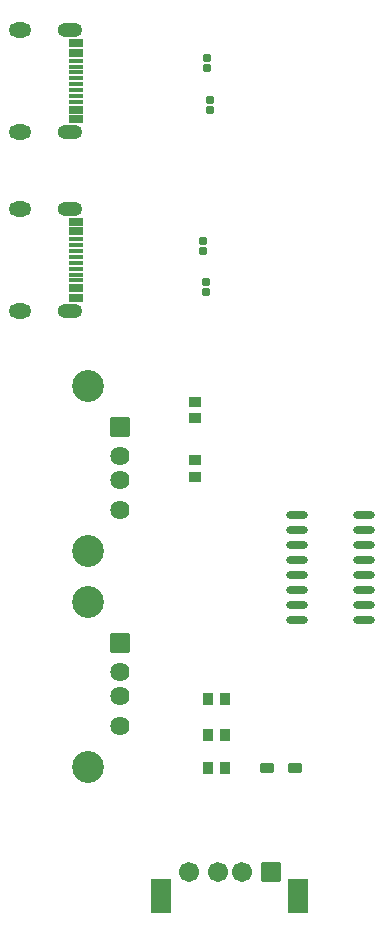
<source format=gts>
G04 Layer: TopSolderMaskLayer*
G04 EasyEDA Pro v2.2.44.9, 2025-12-02 00:09:12*
G04 Gerber Generator version 0.3*
G04 Scale: 100 percent, Rotated: No, Reflected: No*
G04 Dimensions in millimeters*
G04 Leading zeros omitted, absolute positions, 4 integers and 5 decimals*
G04 Generated by one-click*
%FSLAX45Y45*%
%MOMM*%
%AMRoundRect*1,1,$1,$2,$3*1,1,$1,$4,$5*1,1,$1,0-$2,0-$3*1,1,$1,0-$4,0-$5*20,1,$1,$2,$3,$4,$5,0*20,1,$1,$4,$5,0-$2,0-$3,0*20,1,$1,0-$2,0-$3,0-$4,0-$5,0*20,1,$1,0-$4,0-$5,$2,$3,0*4,1,4,$2,$3,$4,$5,0-$2,0-$3,0-$4,0-$5,$2,$3,0*%
%ADD10RoundRect,0.09131X-0.40514X0.45514X0.40514X0.45514*%
%ADD11RoundRect,0.09131X-0.45514X-0.40514X-0.45514X0.40514*%
%ADD12RoundRect,0.09077X-0.50541X0.38042X0.50541X0.38042*%
%ADD13RoundRect,0.08771X-0.27695X-0.28977X-0.27695X0.28977*%
%ADD14O,1.84661X0.66159*%
%ADD15C,2.70159*%
%ADD16C,1.6381*%
%ADD17C,1.6256*%
%ADD18RoundRect,0.09562X-0.76499X-0.76499X-0.76499X0.76499*%
%ADD19RoundRect,0.08669X-0.55667X-0.28168X-0.55667X0.28168*%
%ADD20RoundRect,0.08002X-0.56X-0.16X-0.56X0.16*%
%ADD21O,2.10002X1.20002*%
%ADD22O,1.90002X1.30002*%
%ADD23RoundRect,0.09588X-0.80286X1.40286X0.80286X1.40286*%
%ADD24RoundRect,0.09588X-0.80286X0.80286X0.80286X0.80286*%
%ADD25C,1.7016*%
G75*


G04 Pad Start*
G54D10*
G01X2711298Y2095500D03*
G01X2851302Y2095500D03*
G01X2711298Y1816100D03*
G01X2851302Y1816100D03*
G54D11*
G01X2603500Y4921402D03*
G01X2603500Y4781398D03*
G01X2603500Y4426102D03*
G01X2603500Y4286098D03*
G54D10*
G01X2711298Y2400300D03*
G01X2851302Y2400300D03*
G54D12*
G01X3444659Y1816100D03*
G01X3210141Y1816100D03*
G54D13*
G01X2667000Y6278982D03*
G01X2667000Y6192418D03*
G01X2692400Y5936082D03*
G01X2692400Y5849518D03*
G54D14*
G01X3459251Y3962400D03*
G01X3459251Y3835400D03*
G01X3459251Y3708400D03*
G01X3459251Y3581400D03*
G01X3459251Y3454400D03*
G01X3459251Y3327400D03*
G01X3459251Y3200400D03*
G01X3459251Y3073400D03*
G01X4033749Y3962400D03*
G01X4033749Y3835400D03*
G01X4033749Y3708400D03*
G01X4033749Y3581400D03*
G01X4033749Y3454400D03*
G01X4033749Y3327400D03*
G01X4033749Y3200400D03*
G01X4033749Y3073400D03*
G54D15*
G01X1693304Y5056099D03*
G01X1693304Y3656101D03*
G54D17*
G01X1964296Y4006113D03*
G01X1964296Y4256100D03*
G01X1964296Y4456100D03*
G54D18*
G01X1964296Y4706112D03*
G54D15*
G01X1693304Y3227299D03*
G01X1693304Y1827301D03*
G54D17*
G01X1964296Y2177313D03*
G01X1964296Y2427300D03*
G01X1964296Y2627300D03*
G54D18*
G01X1964296Y2877312D03*
G54D13*
G01X2705100Y7828382D03*
G01X2705100Y7741818D03*
G01X2730500Y7472782D03*
G01X2730500Y7386218D03*
G54D19*
G01X1596403Y6441402D03*
G01X1596403Y6361392D03*
G54D20*
G01X1596403Y6296393D03*
G01X1596403Y6246381D03*
G01X1596403Y6196394D03*
G01X1596403Y6146406D03*
G01X1596403Y6096394D03*
G01X1596403Y6046407D03*
G01X1596403Y5996394D03*
G01X1596403Y5946381D03*
G54D19*
G01X1596403Y5881383D03*
G01X1596403Y5801398D03*
G54D21*
G01X1541412Y6553899D03*
G01X1541412Y5688902D03*
G54D22*
G01X1121397Y6553899D03*
G01X1121397Y5688902D03*
G54D19*
G01X1596403Y7952702D03*
G01X1596403Y7872692D03*
G54D20*
G01X1596403Y7807693D03*
G01X1596403Y7757681D03*
G01X1596403Y7707694D03*
G01X1596403Y7657706D03*
G01X1596403Y7607694D03*
G01X1596403Y7557707D03*
G01X1596403Y7507694D03*
G01X1596403Y7457681D03*
G54D19*
G01X1596403Y7392683D03*
G01X1596403Y7312698D03*
G54D21*
G01X1541412Y8065199D03*
G01X1541412Y7200202D03*
G54D22*
G01X1121397Y8065199D03*
G01X1121397Y7200202D03*
G54D23*
G01X2315604Y738200D03*
G01X3475596Y738200D03*
G54D24*
G01X3245599Y938200D03*
G54D25*
G01X2995613Y938200D03*
G01X2795613Y938200D03*
G01X2545601Y938200D03*
G04 Pad End*

M02*


</source>
